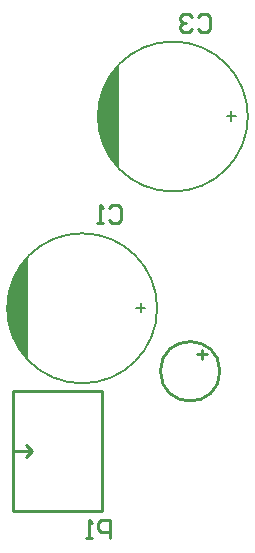
<source format=gbo>
G04*
G04 #@! TF.GenerationSoftware,Altium Limited,Altium Designer,21.0.9 (235)*
G04*
G04 Layer_Color=32896*
%FSTAX24Y24*%
%MOIN*%
G70*
G04*
G04 #@! TF.SameCoordinates,013E48BC-1F52-4242-9F7F-A7329D5E5ACC*
G04*
G04*
G04 #@! TF.FilePolarity,Positive*
G04*
G01*
G75*
%ADD13C,0.0070*%
%ADD19C,0.0100*%
G36*
X02894Y03334D02*
Y02985D01*
X02875Y03011D01*
X02874Y03009D01*
X02857Y03036D01*
X02841Y0307D01*
X02826Y03131D01*
X02825Y0316D01*
X02827Y03194D01*
X02834Y0323D01*
X02854Y03276D01*
X02894Y03334D01*
D02*
G37*
G36*
X031964Y039732D02*
Y036242D01*
X031774Y036502D01*
X031764Y036482D01*
X031594Y036752D01*
X031434Y037092D01*
X031284Y037702D01*
X031274Y037992D01*
X031294Y038332D01*
X031364Y038692D01*
X031564Y039152D01*
X031964Y039732D01*
D02*
G37*
D13*
X036274Y037992D02*
G03*
X036274Y037992I-0025J0D01*
G01*
X03325Y0316D02*
G03*
X03325Y0316I-0025J0D01*
G01*
X035724Y037852D02*
Y038162D01*
X035584Y038002D02*
X035874D01*
X0327Y03146D02*
Y03177D01*
X03256Y03161D02*
X03285D01*
D19*
X03534Y0295D02*
G03*
X03534Y0295I-00099J0D01*
G01*
X02847Y026855D02*
X029085D01*
X028885Y027055D02*
X029085Y026855D01*
X028885Y026655D02*
X029085Y026855D01*
X02845Y02485D02*
Y02885D01*
Y02485D02*
X031405D01*
X02845Y02885D02*
X031405D01*
Y02485D02*
Y02885D01*
X0349Y030066D02*
X034585D01*
X034743Y030224D02*
Y029909D01*
X031679Y023932D02*
Y024532D01*
X031379D01*
X03128Y024432D01*
Y024232D01*
X031379Y024132D01*
X031679D01*
X03108Y023932D02*
X03088D01*
X03098D01*
Y024532D01*
X03108Y024432D01*
X034598Y041302D02*
X034698Y041402D01*
X034898D01*
X034998Y041302D01*
Y040902D01*
X034898Y040802D01*
X034698D01*
X034598Y040902D01*
X034398Y041302D02*
X034298Y041402D01*
X034098D01*
X033998Y041302D01*
Y041202D01*
X034098Y041102D01*
X034198D01*
X034098D01*
X033998Y041002D01*
Y040902D01*
X034098Y040802D01*
X034298D01*
X034398Y040902D01*
X031644Y034944D02*
X031744Y035044D01*
X031944D01*
X032044Y034944D01*
Y034544D01*
X031944Y034444D01*
X031744D01*
X031644Y034544D01*
X031444Y034444D02*
X031244D01*
X031344D01*
Y035044D01*
X031444Y034944D01*
M02*

</source>
